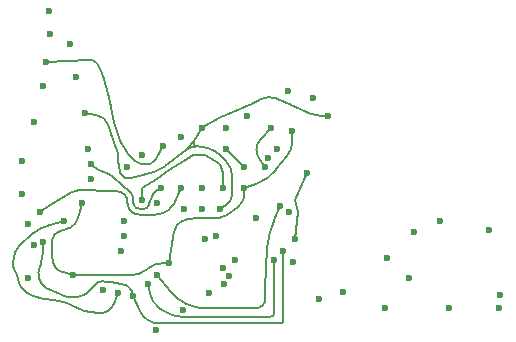
<source format=gbr>
%TF.GenerationSoftware,KiCad,Pcbnew,8.0.7*%
%TF.CreationDate,2025-01-17T18:48:29+01:00*%
%TF.ProjectId,SAO_Attraktor,53414f5f-4174-4747-9261-6b746f722e6b,rev?*%
%TF.SameCoordinates,Original*%
%TF.FileFunction,Copper,L3,Inr*%
%TF.FilePolarity,Positive*%
%FSLAX46Y46*%
G04 Gerber Fmt 4.6, Leading zero omitted, Abs format (unit mm)*
G04 Created by KiCad (PCBNEW 8.0.7) date 2025-01-17 18:48:29*
%MOMM*%
%LPD*%
G01*
G04 APERTURE LIST*
%TA.AperFunction,ViaPad*%
%ADD10C,0.600000*%
%TD*%
%TA.AperFunction,Conductor*%
%ADD11C,0.200000*%
%TD*%
G04 APERTURE END LIST*
D10*
%TO.N,/PD0*%
X153365200Y-111709200D03*
X143548618Y-110351853D03*
%TO.N,Net-(U1-PC7)*%
X138176000Y-111556800D03*
%TO.N,Net-(U1-PC6)*%
X137718800Y-112268000D03*
%TO.N,Net-(U1-PC3)*%
X134219115Y-114451742D03*
%TO.N,Net-(U1-PC4)*%
X131974048Y-116158798D03*
%TO.N,Net-(U1-PC6)*%
X160172400Y-107696000D03*
%TO.N,Net-(U1-PC4)*%
X161086800Y-113131600D03*
%TO.N,Net-(U1-PC3)*%
X156768800Y-114309600D03*
%TO.N,Net-(U1-PC7)*%
X156006892Y-106947170D03*
%TO.N,IO1*%
X126238000Y-100838000D03*
X145288000Y-96520000D03*
X134366000Y-105918000D03*
X137039422Y-108186922D03*
X124206000Y-106934000D03*
X134112000Y-99822000D03*
X128778000Y-113030000D03*
%TO.N,Net-(D1-K)*%
X126492000Y-102108000D03*
X132355596Y-104086999D03*
%TO.N,IO2*%
X125984000Y-97790000D03*
X137414000Y-105918000D03*
X146558000Y-98044000D03*
X136144000Y-108458000D03*
X135890000Y-99060000D03*
X127508000Y-112776000D03*
X122428000Y-95504000D03*
%TO.N,IO3*%
X133096000Y-110490000D03*
X124968000Y-111506000D03*
X143510000Y-99314000D03*
X125730000Y-105410000D03*
X121666000Y-98552000D03*
X125222000Y-94742000D03*
X139446000Y-104140000D03*
%TO.N,IO4*%
X137922000Y-99060000D03*
X142494000Y-105664000D03*
X132080000Y-111506000D03*
X126492000Y-103378000D03*
X124714000Y-91948000D03*
X129032000Y-109474000D03*
X120650000Y-101828500D03*
%TO.N,IO5*%
X142240000Y-100838000D03*
X120650000Y-104648000D03*
X143256000Y-106172000D03*
X138684000Y-110236000D03*
X129286000Y-106934000D03*
X122936000Y-89154000D03*
X139700000Y-98044000D03*
X129540000Y-102362000D03*
%TO.N,IO6*%
X130810000Y-101346000D03*
X131318000Y-112268000D03*
X121158000Y-107188000D03*
X141732000Y-99060000D03*
X135890000Y-105918000D03*
X122977001Y-91093735D03*
X141986000Y-110236000D03*
X121666000Y-108966000D03*
X121158000Y-111760000D03*
X141224000Y-102362000D03*
%TO.N,Net-(D10-K)*%
X134112000Y-104140000D03*
X122174000Y-106172000D03*
%TO.N,IO0*%
X143137461Y-95916384D03*
X122682000Y-93472000D03*
X142748000Y-109474000D03*
X122428000Y-108712000D03*
X132588000Y-100584000D03*
X140462000Y-106680000D03*
X132080000Y-105410000D03*
X130048000Y-113284000D03*
%TO.N,/SDA*%
X147828000Y-112938000D03*
X151485600Y-110032800D03*
%TO.N,/SWD*%
X137591800Y-110921800D03*
X153789500Y-107830500D03*
%TO.N,/SCL*%
X151384000Y-114300000D03*
X136412328Y-113001343D03*
%TO.N,Net-(U1-PC0)*%
X145796000Y-113538000D03*
X161036000Y-114249200D03*
%TO.N,Net-(D13-K)*%
X137668000Y-104140000D03*
X130810000Y-105156000D03*
%TO.N,Net-(D19-K)*%
X137922000Y-100838000D03*
X139446000Y-102362000D03*
%TO.N,Net-(D25-K)*%
X141478000Y-101600000D03*
%TO.N,Net-(D31-K)*%
X144780000Y-102870000D03*
X143764000Y-108458000D03*
%TO.N,Net-(D37-K)*%
X135890000Y-104140000D03*
X129286000Y-108204000D03*
%TD*%
D11*
%TO.N,IO1*%
X119888000Y-110192420D02*
X119888000Y-110818394D01*
X120271466Y-111899331D02*
X120177223Y-111428117D01*
X124206000Y-106934000D02*
X122962916Y-107244770D01*
X121464992Y-108009206D02*
X121539000Y-107950000D01*
X127054712Y-114701189D02*
X126466001Y-114635777D01*
X122038360Y-113388393D02*
X123729544Y-113670257D01*
X128778000Y-113030000D02*
X128397000Y-113919000D01*
X120271466Y-111899331D02*
G75*
G03*
X120903996Y-112903005I1629734J325931D01*
G01*
X122962916Y-107244770D02*
G75*
G03*
X121539000Y-107949999I903684J-3614730D01*
G01*
X120396000Y-108966000D02*
G75*
G03*
X119888008Y-110192420I1226400J-1226400D01*
G01*
X119888000Y-110818394D02*
G75*
G03*
X120014998Y-111125002I433600J-6D01*
G01*
X120904000Y-112903000D02*
G75*
G03*
X122038358Y-113388404I1562500J2083300D01*
G01*
X120015000Y-111125000D02*
G75*
G02*
X120177234Y-111428115I-419500J-419500D01*
G01*
X121464992Y-108009206D02*
G75*
G03*
X120396004Y-108966004I8102908J-10128594D01*
G01*
X125095000Y-114173000D02*
G75*
G03*
X126466001Y-114635778I1745700J2909500D01*
G01*
X123729544Y-113670257D02*
G75*
G02*
X125094990Y-114173017I-641244J-3847143D01*
G01*
X127054712Y-114701189D02*
G75*
G03*
X128397033Y-113919014I143988J1295789D01*
G01*
%TO.N,Net-(D1-K)*%
X128397000Y-103251000D02*
X128386265Y-103240265D01*
X126746000Y-102362000D02*
X126492000Y-102108000D01*
X129198744Y-103968595D02*
X129651318Y-104330654D01*
X131482197Y-105171407D02*
X131374796Y-105493611D01*
X132071685Y-104251578D02*
X132355596Y-104086999D01*
X130048000Y-105380019D02*
X130048000Y-105156000D01*
X127348485Y-102703121D02*
X127508000Y-102743000D01*
X130810000Y-105918000D02*
X130884394Y-105918000D01*
X130328815Y-105804407D02*
X130302000Y-105791000D01*
X131699000Y-104648000D02*
G75*
G03*
X131482195Y-105171406I3573700J-1786900D01*
G01*
X126746000Y-102362000D02*
G75*
G03*
X127348486Y-102703117I917000J917000D01*
G01*
X127508000Y-102743000D02*
G75*
G02*
X128386261Y-103240269I-458500J-1834000D01*
G01*
X128397000Y-103251000D02*
G75*
G03*
X129198744Y-103968594I6879000J6879000D01*
G01*
X130328815Y-105804407D02*
G75*
G03*
X130810000Y-105917995I481185J962407D01*
G01*
X132071685Y-104251578D02*
G75*
G03*
X131699001Y-104648001I475715J-820622D01*
G01*
X131374796Y-105493611D02*
G75*
G02*
X131190998Y-105790998I-721796J240611D01*
G01*
X130048000Y-105380019D02*
G75*
G03*
X130302005Y-105790989I459500J19D01*
G01*
X131191000Y-105791000D02*
G75*
G02*
X130884394Y-105917998I-306600J306600D01*
G01*
X129651318Y-104330654D02*
G75*
G02*
X130047984Y-105156000I-660318J-825346D01*
G01*
%TO.N,IO2*%
X145079533Y-97833788D02*
X143370614Y-97057006D01*
X140866286Y-96571856D02*
X139908532Y-97050733D01*
X128778000Y-101960390D02*
X128778000Y-101659961D01*
X135488390Y-100584000D02*
X135382000Y-100584000D01*
X137922000Y-105537000D02*
X137414000Y-105918000D01*
X132742889Y-102288888D02*
X134477318Y-100901345D01*
X137921999Y-97916999D02*
X137500569Y-98075036D01*
X128904999Y-102743000D02*
X128942197Y-102854592D01*
X138430000Y-104521000D02*
X138430000Y-103260025D01*
X125984000Y-97790000D02*
X126873000Y-97917000D01*
X130814512Y-103013853D02*
X129813054Y-103299984D01*
X135890000Y-99060000D02*
X135155787Y-100161318D01*
X135890000Y-99060000D02*
X136398000Y-98679000D01*
X146050000Y-98044000D02*
X146558000Y-98044000D01*
X128132249Y-99524996D02*
X127979803Y-98915212D01*
X137795000Y-101727000D02*
X137360804Y-101292804D01*
X136271000Y-100710999D02*
X136382592Y-100748197D01*
X142113000Y-96520000D02*
G75*
G02*
X143370613Y-97057008I-11012100J-27530200D01*
G01*
X126873000Y-97917000D02*
G75*
G02*
X127979760Y-98915223I-188900J-1322100D01*
G01*
X134477318Y-100901345D02*
G75*
G03*
X135155792Y-100161321I-2044018J2555045D01*
G01*
X135382000Y-100584000D02*
G75*
G03*
X134477318Y-100901345I0J-1448200D01*
G01*
X136906000Y-100965000D02*
G75*
G02*
X137360803Y-101292805I-782600J-1565200D01*
G01*
X145079533Y-97833788D02*
G75*
G03*
X146050000Y-98043995I970467J2135088D01*
G01*
X131826000Y-102743000D02*
G75*
G03*
X130814512Y-103013853I7621400J-30485900D01*
G01*
X128132249Y-99524996D02*
G75*
G03*
X128524001Y-100584000I5019551J1254896D01*
G01*
X128942197Y-102854592D02*
G75*
G03*
X129285998Y-103251003I650403J216792D01*
G01*
X142113000Y-96520000D02*
G75*
G03*
X140866294Y-96571872I-565600J-1414000D01*
G01*
X136271000Y-100710999D02*
G75*
G03*
X135488390Y-100584001I-782600J-2347801D01*
G01*
X136382592Y-100748197D02*
G75*
G02*
X136906001Y-100964997I-1263492J-3790603D01*
G01*
X135155787Y-100161318D02*
G75*
G03*
X135382000Y-100583959I226213J-150782D01*
G01*
X128524000Y-100584000D02*
G75*
G02*
X128778020Y-101659961I-2151900J-1076000D01*
G01*
X129286000Y-103251000D02*
G75*
G03*
X129813055Y-103299989I326500J653000D01*
G01*
X137500569Y-98075036D02*
G75*
G03*
X136398002Y-98679003I1555531J-4148064D01*
G01*
X132742889Y-102288888D02*
G75*
G02*
X131826000Y-102742999I-1498789J1873488D01*
G01*
X138430000Y-104521000D02*
G75*
G02*
X137922000Y-105537000I-1270000J0D01*
G01*
X137795000Y-101727000D02*
G75*
G02*
X138429989Y-103260025I-1533000J-1533000D01*
G01*
X139908532Y-97050733D02*
G75*
G02*
X137922000Y-97917001I-9245532J18491033D01*
G01*
X128778000Y-101960390D02*
G75*
G03*
X128904998Y-102743000I2474800J-10D01*
G01*
%TO.N,IO3*%
X123190000Y-110073426D02*
X123190000Y-108473634D01*
X135187961Y-106680000D02*
X136846038Y-106680000D01*
X129742803Y-111506000D02*
X124968000Y-111506000D01*
X139086789Y-105515209D02*
X138831609Y-105770390D01*
X143510000Y-100076000D02*
X143510000Y-99314000D01*
X140462000Y-103759000D02*
X139446000Y-104140000D01*
X132461000Y-110490000D02*
X133096000Y-110490000D01*
X142155849Y-102530688D02*
X143033982Y-101433022D01*
X124753646Y-107422175D02*
X124674352Y-107461823D01*
X131190999Y-110997999D02*
X131330148Y-110886681D01*
X139446000Y-104648000D02*
X139446000Y-104140000D01*
X125603000Y-105791000D02*
X125730000Y-105410000D01*
X124968000Y-111506000D02*
X124079000Y-111252000D01*
X133096000Y-110490000D02*
X133517637Y-107749356D01*
X125378595Y-106561618D02*
X125349000Y-106680000D01*
X131190999Y-110997999D02*
G75*
G02*
X129742803Y-111506011I-1448199J1810199D01*
G01*
X143510000Y-100076000D02*
G75*
G02*
X143033983Y-101433023I-2172300J0D01*
G01*
X124674352Y-107461823D02*
G75*
G02*
X123698002Y-107823008I-2133352J4266623D01*
G01*
X139446000Y-104648000D02*
G75*
G02*
X139086786Y-105515206I-1226400J0D01*
G01*
X123698000Y-107823000D02*
G75*
G03*
X123190065Y-108473634I162700J-650600D01*
G01*
X142155849Y-102530688D02*
G75*
G02*
X140462001Y-103759004I-3077849J2462288D01*
G01*
X135187961Y-106680000D02*
G75*
G03*
X134112009Y-106934018I39J-2405900D01*
G01*
X125603000Y-105791000D02*
G75*
G03*
X125378597Y-106561619I9920100J-3306700D01*
G01*
X134112000Y-106934000D02*
G75*
G03*
X133517621Y-107749353I491200J-982400D01*
G01*
X137922000Y-106426000D02*
G75*
G02*
X136846038Y-106680020I-1076000J2151900D01*
G01*
X138831609Y-105770390D02*
G75*
G02*
X137921992Y-106425985I-2474809J2474890D01*
G01*
X125349000Y-106680000D02*
G75*
G02*
X124753653Y-107422190I-1104500J276100D01*
G01*
X132461000Y-110490000D02*
G75*
G03*
X131330155Y-110886689I0J-1810200D01*
G01*
X123190000Y-110073426D02*
G75*
G03*
X124079014Y-111251951I1225700J26D01*
G01*
%TO.N,IO4*%
X141986000Y-106807000D02*
X142494000Y-105664000D01*
X141353540Y-109194597D02*
X141351000Y-109220000D01*
X133223000Y-112903000D02*
X132080000Y-111506000D01*
X141224000Y-111766334D02*
X141224000Y-113432789D01*
X136171009Y-114300000D02*
X140356789Y-114300000D01*
X141986000Y-106807000D02*
G75*
G03*
X141353530Y-109194596I7115300J-3162400D01*
G01*
X141224000Y-113432789D02*
G75*
G02*
X140970003Y-114046003I-867200J-11D01*
G01*
X133223000Y-112903000D02*
G75*
G03*
X136171009Y-114299996I2948000J2412000D01*
G01*
X141351000Y-109220000D02*
G75*
G03*
X141224000Y-111766334I25462700J-2546300D01*
G01*
X140970000Y-114046000D02*
G75*
G02*
X140356789Y-114299996I-613200J613200D01*
G01*
%TO.N,IO6*%
X141224000Y-102362000D02*
X140766800Y-101752400D01*
X132200617Y-114241012D02*
X132461000Y-114427000D01*
X141552394Y-115062000D02*
X134442495Y-115062000D01*
X141986000Y-114628394D02*
X141986000Y-110236000D01*
X140821210Y-99970789D02*
X141732000Y-99060000D01*
X131445000Y-113030000D02*
X131318000Y-112268000D01*
X131445000Y-113030000D02*
G75*
G03*
X132200622Y-114241005I1839600J306600D01*
G01*
X140462000Y-100838000D02*
G75*
G03*
X140766800Y-101752400I1524000J0D01*
G01*
X140821210Y-99970789D02*
G75*
G03*
X140461993Y-100838000I867190J-867211D01*
G01*
X141859000Y-114935000D02*
G75*
G02*
X141552394Y-115061998I-306600J306600D01*
G01*
X132461000Y-114427000D02*
G75*
G03*
X134442495Y-115062002I1981500J2774100D01*
G01*
X141986000Y-114628394D02*
G75*
G02*
X141859002Y-114935002I-433600J-6D01*
G01*
%TO.N,Net-(D10-K)*%
X124713999Y-104520999D02*
X124785045Y-104485477D01*
X130957609Y-106426000D02*
X131064000Y-106426000D01*
X132333999Y-106298999D02*
X132073088Y-106342485D01*
X129540000Y-105261210D02*
X129540000Y-105380019D01*
X133441477Y-105481045D02*
X134112000Y-104140000D01*
X130175000Y-106298999D02*
X130063407Y-106261802D01*
X123258746Y-105397181D02*
X122174000Y-106172000D01*
X127772510Y-104394000D02*
X128672789Y-104394000D01*
X126238000Y-104267000D02*
G75*
G03*
X127772510Y-104393995I1534500J9207300D01*
G01*
X132073088Y-106342485D02*
G75*
G02*
X131064000Y-106425998I-1009088J6054685D01*
G01*
X126238000Y-104267000D02*
G75*
G03*
X124785031Y-104485448I-390600J-2343300D01*
G01*
X133441477Y-105481045D02*
G75*
G02*
X132333999Y-106298997I-1356877J678445D01*
G01*
X129286000Y-104648000D02*
G75*
G03*
X128672789Y-104394004I-613200J-613200D01*
G01*
X124713999Y-104520999D02*
G75*
G03*
X123258747Y-105397182I4855801J-9711601D01*
G01*
X129667000Y-105918000D02*
G75*
G03*
X130063408Y-106261799I613200J306600D01*
G01*
X129540000Y-105380019D02*
G75*
G03*
X129667014Y-105917993I1202900J19D01*
G01*
X129286000Y-104648000D02*
G75*
G02*
X129539996Y-105261210I-613200J-613200D01*
G01*
X130175000Y-106298999D02*
G75*
G03*
X130957609Y-106425998I782600J2347799D01*
G01*
%TO.N,IO0*%
X124509961Y-113334560D02*
X124156038Y-113233439D01*
X130810000Y-102107999D02*
X130650413Y-102054804D01*
X126788659Y-112331011D02*
X126746000Y-112395000D01*
X128137816Y-112076635D02*
X129005883Y-112221313D01*
X127398802Y-94414406D02*
X127508000Y-94742000D01*
X126288986Y-93246563D02*
X122682000Y-93472000D01*
X122809000Y-112648999D02*
X122623012Y-112537407D01*
X130048000Y-113284000D02*
X129883802Y-112791407D01*
X129002019Y-100270038D02*
X128869477Y-100004954D01*
X122192166Y-110571582D02*
X122114472Y-110765817D01*
X122428000Y-109347000D02*
X122428000Y-108712000D01*
X130599783Y-114525513D02*
X130048000Y-113284000D01*
X134493000Y-115570000D02*
X142367000Y-115570000D01*
X132588000Y-100584000D02*
X131970507Y-101664611D01*
X125856999Y-113156999D02*
X126099349Y-113011590D01*
X142748000Y-109474000D02*
X142748000Y-115443000D01*
X134493000Y-115570000D02*
X132207000Y-115570000D01*
X128102418Y-97035884D02*
X127936242Y-96288091D01*
X142621000Y-115570000D02*
X142367000Y-115570000D01*
X127508000Y-94742000D02*
G75*
G02*
X127936246Y-96288090I-14771300J-4923800D01*
G01*
X129005883Y-112221313D02*
G75*
G02*
X129540000Y-112395000I-310483J-1862887D01*
G01*
X128137816Y-112076635D02*
G75*
G03*
X127381000Y-112013999I-756816J-4540865D01*
G01*
X127381000Y-112014000D02*
G75*
G03*
X126788661Y-112331012I0J-711900D01*
G01*
X128102418Y-97035884D02*
G75*
G02*
X128397001Y-98552000I-28175018J-6261116D01*
G01*
X130599783Y-114525513D02*
G75*
G03*
X132207000Y-115570003I1607217J714313D01*
G01*
X129540000Y-112395000D02*
G75*
G02*
X129883799Y-112791408I-306600J-613200D01*
G01*
X129002019Y-100270038D02*
G75*
G03*
X129667001Y-101345999I6298681J3149338D01*
G01*
X130810000Y-102107999D02*
G75*
G03*
X131970480Y-101664595I309800J929499D01*
G01*
X127000000Y-93599000D02*
G75*
G02*
X127398809Y-94414404I-2845000J-1896700D01*
G01*
X122428000Y-109347000D02*
G75*
G02*
X122192168Y-110571583I-3297300J0D01*
G01*
X129667000Y-101346000D02*
G75*
G03*
X130650421Y-102054779I1626200J1219700D01*
G01*
X126746000Y-112395000D02*
G75*
G02*
X126099353Y-113011596I-1694400J1129600D01*
G01*
X128397000Y-98552000D02*
G75*
G03*
X128869484Y-100004950I5067500J844600D01*
G01*
X122047000Y-111760000D02*
G75*
G03*
X122623015Y-112537402I1226400J306600D01*
G01*
X124509961Y-113334560D02*
G75*
G03*
X125857019Y-113157032I468939J1641160D01*
G01*
X127000000Y-93599000D02*
G75*
G03*
X126288986Y-93246564I-661400J-440900D01*
G01*
X142748000Y-115443000D02*
G75*
G02*
X142621000Y-115570000I-127000J0D01*
G01*
X122809000Y-112648999D02*
G75*
G03*
X124156037Y-113233442I2890400J4817299D01*
G01*
X122114472Y-110765817D02*
G75*
G03*
X122047022Y-111759994I1503528J-601383D01*
G01*
%TO.N,Net-(D13-K)*%
X132080000Y-103378000D02*
X130810000Y-104140000D01*
X136144000Y-101346000D02*
X135128000Y-101346000D01*
X130810000Y-104140000D02*
X130810000Y-105156000D01*
X134366000Y-101854000D02*
X133096000Y-102616000D01*
X133096000Y-102616000D02*
X132080000Y-103378000D01*
X135128000Y-101346000D02*
X134366000Y-101854000D01*
X137414000Y-102108000D02*
X136144000Y-101346000D01*
X137668000Y-102870000D02*
X137414000Y-102108000D01*
X137668000Y-104140000D02*
X137668000Y-102870000D01*
%TO.N,Net-(D19-K)*%
X139446000Y-102362000D02*
X137922000Y-100838000D01*
%TO.N,Net-(D31-K)*%
X144780000Y-102870000D02*
X143764000Y-105156000D01*
X144018000Y-106172000D02*
X143764000Y-108458000D01*
X143764000Y-105156000D02*
X144018000Y-106172000D01*
%TD*%
M02*

</source>
